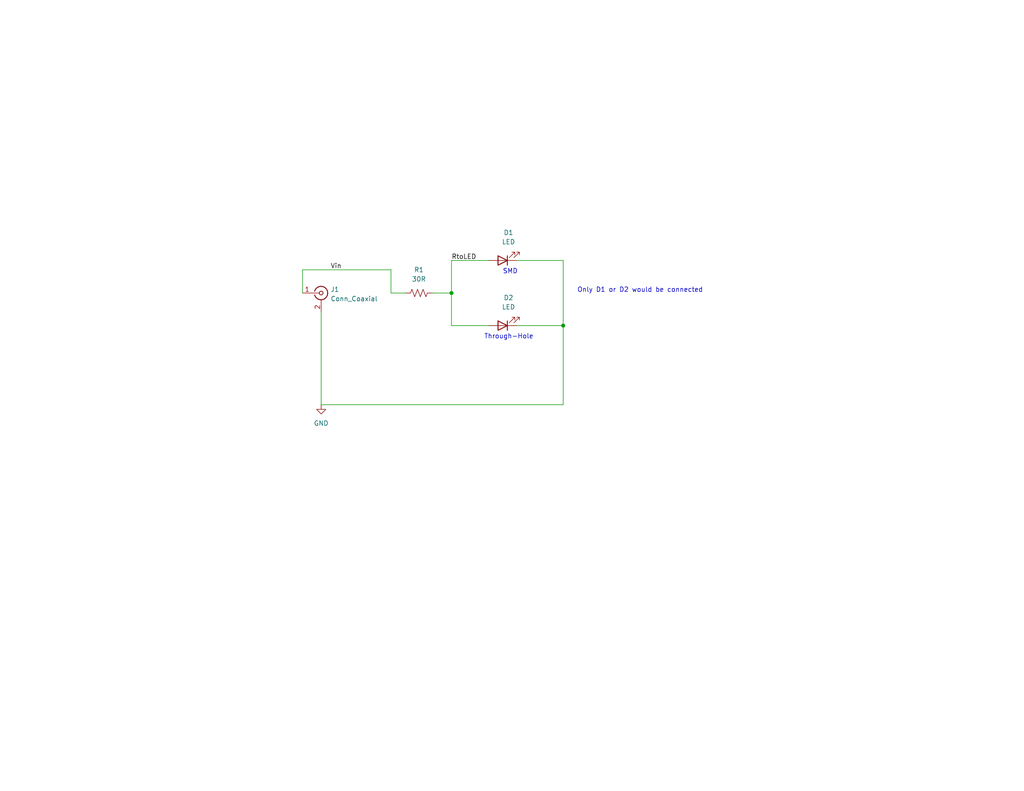
<source format=kicad_sch>
(kicad_sch (version 20211123) (generator eeschema)
  (paper "USLetter")
  (title_block (title "SMA to LED") (date "2022-02-26") (rev "1.0") (company "Hugon Labs"))
  (lib_symbols
    (symbol "Connector:Conn_Coaxial" (pin_names (offset 1.016) hide)
      (property "Reference" "J" (at 0.254 3.048 0))
      (property "Value" "Conn_Coaxial" (at 2.921 0 90))
      (symbol "Conn_Coaxial_0_1"
        (arc (start -1.778 -0.508) (mid 0.222 -1.808) (end 1.778 0) (stroke (width 0.254)))
        (polyline (pts (xy -2.54 0) (xy -0.508 0)))
        (polyline (pts (xy 0 -2.54) (xy 0 -1.778)))
        (circle (center 0 0) (radius 0.508) (stroke (width 0.2032)))
        (arc (start 1.778 0) (mid 0.2221 1.8083) (end -1.778 0.508) (stroke (width 0.254)))
      )
      (symbol "Conn_Coaxial_1_1"
        (pin passive line (at -5.08 0 0) (length 2.54) (name "In") (number "1"))
        (pin passive line (at 0 -5.08 90) (length 2.54) (name "Ext") (number "2"))
      )
    )
    (symbol "Device:LED" (pin_numbers hide) (pin_names (offset 1.016) hide)
      (property "Reference" "D" (at 0 2.54 0))
      (property "Value" "LED" (at 0 -2.54 0))
      (symbol "LED_0_1"
        (polyline (pts (xy -1.27 -1.27) (xy -1.27 1.27)) (stroke (width 0.254)))
        (polyline (pts (xy -1.27 0) (xy 1.27 0)))
        (polyline (pts (xy 1.27 -1.27) (xy 1.27 1.27) (xy -1.27 0) (xy 1.27 -1.27)) (stroke (width 0.254)))
        (polyline (pts (xy -3.048 -0.762) (xy -4.572 -2.286) (xy -3.81 -2.286) (xy -4.572 -2.286) (xy -4.572 -1.524)))
        (polyline (pts (xy -1.778 -0.762) (xy -3.302 -2.286) (xy -2.54 -2.286) (xy -3.302 -2.286) (xy -3.302 -1.524)))
      )
      (symbol "LED_1_1"
        (pin passive line (at -3.81 0 0) (length 2.54) (name "K") (number "1"))
        (pin passive line (at 3.81 0 180) (length 2.54) (name "A") (number "2"))
      )
    )
    (symbol "Device:R_US" (pin_numbers hide) (pin_names (offset 0))
      (property "Reference" "R" (at 2.54 0 90))
      (property "Value" "R_US" (at -2.54 0 90))
      (symbol "R_US_0_1"
        (polyline (pts (xy 0 -2.286) (xy 0 -2.54)))
        (polyline (pts (xy 0 2.286) (xy 0 2.54)))
        (polyline (pts (xy 0 -0.762) (xy 1.016 -1.143) (xy 0 -1.524) (xy -1.016 -1.905) (xy 0 -2.286)))
        (polyline (pts (xy 0 0.762) (xy 1.016 0.381) (xy 0 0) (xy -1.016 -0.381) (xy 0 -0.762)))
        (polyline (pts (xy 0 2.286) (xy 1.016 1.905) (xy 0 1.524) (xy -1.016 1.143) (xy 0 0.762)))
      )
      (symbol "R_US_1_1"
        (pin passive line (at 0 3.81 270) (length 1.27) (name "~") (number "1"))
        (pin passive line (at 0 -3.81 90) (length 1.27) (name "~") (number "2"))
      )
    )
    (symbol "power:GND" (power) (pin_names (offset 0))
      (property "Value" "GND" (at 0 -3.81 0))
      (symbol "GND_0_1"
        (polyline (pts (xy 0 0) (xy 0 -1.27) (xy 1.27 -1.27) (xy 0 -2.54) (xy -1.27 -1.27) (xy 0 -1.27)))
      )
      (symbol "GND_1_1"
        (pin power_in line (at 0 0 270) (length 0) hide (name "GND") (number "1"))
      )
    )
  )
  (junction (at 153.67 88.9))
  (junction (at 123.19 80.01))
  (wire (pts (xy 87.63 110.49) (xy 87.63 85.09)))
  (wire (pts (xy 123.19 71.12) (xy 133.35 71.12)))
  (wire (pts (xy 153.67 88.9) (xy 140.97 88.9)))
  (wire (pts (xy 153.67 88.9) (xy 153.67 110.49)))
  (wire (pts (xy 153.67 71.12) (xy 153.67 88.9)))
  (wire (pts (xy 82.55 80.01) (xy 82.55 73.66)))
  (wire (pts (xy 106.68 80.01) (xy 110.49 80.01)))
  (wire (pts (xy 106.68 73.66) (xy 106.68 80.01)))
  (wire (pts (xy 82.55 73.66) (xy 106.68 73.66)))
  (wire (pts (xy 153.67 110.49) (xy 87.63 110.49)))
  (wire (pts (xy 118.11 80.01) (xy 123.19 80.01)))
  (wire (pts (xy 123.19 88.9) (xy 133.35 88.9)))
  (wire (pts (xy 123.19 80.01) (xy 123.19 71.12)))
  (wire (pts (xy 140.97 71.12) (xy 153.67 71.12)))
  (wire (pts (xy 123.19 80.01) (xy 123.19 88.9)))
  (text "SMD" (at 137.16 74.93 0) (effects (font (size 1.27 1.27)) (justify left bottom)))
  (text "Only D1 or D2 would be connected" (at 157.48 80.01 0) (effects (font (size 1.27 1.27)) (justify left bottom)))
  (text "Through-Hole" (at 132.08 92.71 0) (effects (font (size 1.27 1.27)) (justify left bottom)))
  (label "RtoLED" (at 123.19 71.12 0))
  (label "Vin" (at 90.17 73.66 0))
  (symbol (lib_id "Device:R_US") (at 114.3 80.01 90) (unit 1)
    (property "Reference" "R1" (at 114.3 73.66 90))
    (property "Value" "30R" (at 114.3 76.2 90))
    (property "Footprint" "Resistor_SMD:R_1206_3216Metric_Pad1.30x1.75mm_HandSolder" (effects hide))
    (property "Datasheet" "https://www.mouser.com/datasheet/2/427/crcwce3-1762584.pdf" (effects hide))
    (property "Mfr" "Vishay" (effects hide))
    (property "Part" "CRCW120627R0FKEAC " (effects hide))
  )
  (symbol (lib_id "power:GND") (at 87.63 110.49 0) (unit 1)
    (property "Reference" "#PWR0101" (effects hide))
    (property "Value" "GND" (at 87.63 115.57 0))
  )
  (symbol (lib_id "Connector:Conn_Coaxial") (at 87.63 80.01 0) (unit 1)
    (property "Reference" "J1" (at 90.17 79.0331 0) (effects (justify left)))
    (property "Value" "Conn_Coaxial" (at 90.17 81.5731 0) (effects (justify left)))
    (property "Footprint" "Connector_Coaxial:SMA_Amphenol_132289_EdgeMount" (effects hide))
    (property "Datasheet" "https://www.mouser.com/datasheet/2/18/1/amphs06501_1-2259276.pdf" (effects hide))
    (property "Mfr" "Amphenol RF" (effects hide))
    (property "Part" "132289" (effects hide))
  )
  (symbol (lib_id "Device:LED") (at 137.16 88.9 180) (unit 1)
    (property "Reference" "D2" (at 138.7475 81.28 0))
    (property "Value" "LED" (at 138.7475 83.82 0))
    (property "Footprint" "LED_THT:LED_D5.0mm" (effects hide))
    (property "Datasheet" "https://www.mouser.com/datasheet/2/723/1124_C503B_BCS_BCN_GCS_GCN_030-2326560.pdf" (effects hide))
    (property "Mfr" "Cree LED " (effects hide))
    (property "Part" "C503B-BAS-CX0B0462 " (effects hide))
  )
  (symbol (lib_id "Device:LED") (at 137.16 71.12 180) (unit 1)
    (property "Reference" "D1" (at 138.7475 63.5 0))
    (property "Value" "LED" (at 138.7475 66.04 0))
    (property "Footprint" "LED_SMD:LED_1206_3216Metric_Pad1.42x1.75mm_HandSolder" (effects hide))
    (property "Datasheet" "https://www.mouser.com/datasheet/2/239/Lite-On-LTST-C150TBKT-1175371.pdf" (effects hide))
    (property "Mfr" "Lite-On " (effects hide))
    (property "Part" "LTST-C150TBKT " (effects hide))
  )
)
</source>
